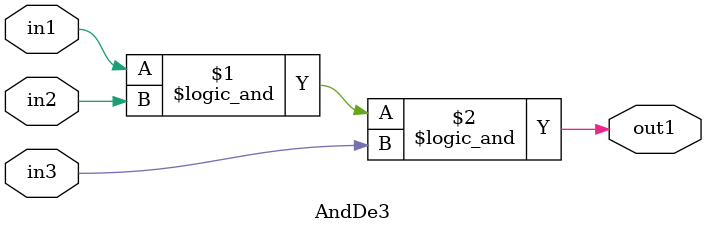
<source format=v>
module AndDe3 (input in1, input in2, input in3, output out1);
	assign out1 = in1 && in2 && in3;
endmodule
</source>
